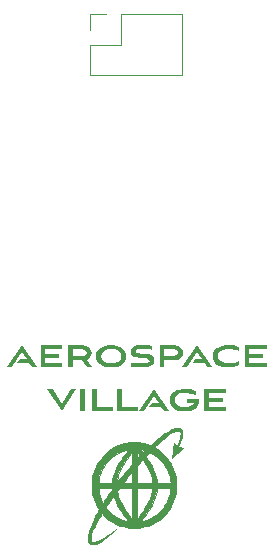
<source format=gto>
%TF.GenerationSoftware,KiCad,Pcbnew,(7.0.0-0)*%
%TF.CreationDate,2023-07-23T12:51:31-06:00*%
%TF.ProjectId,SAO_pin,53414f5f-7069-46e2-9e6b-696361645f70,rev?*%
%TF.SameCoordinates,Original*%
%TF.FileFunction,Legend,Top*%
%TF.FilePolarity,Positive*%
%FSLAX46Y46*%
G04 Gerber Fmt 4.6, Leading zero omitted, Abs format (unit mm)*
G04 Created by KiCad (PCBNEW (7.0.0-0)) date 2023-07-23 12:51:31*
%MOMM*%
%LPD*%
G01*
G04 APERTURE LIST*
%ADD10C,0.052277*%
%ADD11C,0.120000*%
%ADD12R,1.700000X1.700000*%
%ADD13O,1.700000X1.700000*%
%ADD14C,0.900000*%
G04 APERTURE END LIST*
%TO.C,svg2mod*%
D10*
X95841349Y-91032645D02*
X95796782Y-91277879D01*
X95733574Y-91515873D01*
X95652533Y-91745823D01*
X95554465Y-91966924D01*
X95440176Y-92178374D01*
X95310473Y-92379368D01*
X95166161Y-92569102D01*
X95008048Y-92746774D01*
X94836939Y-92911578D01*
X94653642Y-93062711D01*
X94458961Y-93199370D01*
X94253705Y-93320750D01*
X94038678Y-93426048D01*
X93814688Y-93514460D01*
X93582540Y-93585182D01*
X93343041Y-93637410D01*
X93487348Y-93455047D01*
X93632135Y-93265677D01*
X93775523Y-93069512D01*
X93915637Y-92866766D01*
X94050598Y-92657650D01*
X94178529Y-92442379D01*
X94297553Y-92221164D01*
X94405792Y-91994218D01*
X94501369Y-91761755D01*
X94582406Y-91523985D01*
X94647026Y-91281124D01*
X94693351Y-91033382D01*
X94719505Y-90780974D01*
X95866471Y-90780974D01*
X95841349Y-91032645D01*
X93583058Y-87589995D02*
X93815191Y-87660779D01*
X94039161Y-87749235D01*
X94254161Y-87854561D01*
X94459388Y-87975955D01*
X94654038Y-88112615D01*
X94837306Y-88263740D01*
X95008387Y-88428528D01*
X95166477Y-88606176D01*
X95310772Y-88795883D01*
X95440467Y-88996847D01*
X95554758Y-89208266D01*
X95652840Y-89429338D01*
X95733909Y-89659262D01*
X95797161Y-89897234D01*
X95841790Y-90142455D01*
X95866994Y-90394121D01*
X94719505Y-90394121D01*
X94693352Y-90141610D01*
X94647028Y-89893798D01*
X94582412Y-89650895D01*
X94501384Y-89413109D01*
X94405822Y-89180648D01*
X94297604Y-88953721D01*
X94178611Y-88732536D01*
X94050720Y-88517301D01*
X93915810Y-88308226D01*
X93775761Y-88105518D01*
X93632451Y-87909387D01*
X93487759Y-87720039D01*
X93343564Y-87537685D01*
X93583058Y-87589995D01*
X94306747Y-91028179D02*
X94254713Y-91271239D01*
X94183311Y-91510014D01*
X94094597Y-91744368D01*
X93990628Y-91974163D01*
X93873461Y-92199259D01*
X93745152Y-92419520D01*
X93607759Y-92634807D01*
X93463337Y-92844983D01*
X93313943Y-93049909D01*
X93161634Y-93249448D01*
X93008466Y-93443461D01*
X93008466Y-90780974D01*
X94337357Y-90780974D01*
X94306747Y-91028179D01*
X93161753Y-87925457D02*
X93314161Y-88124496D01*
X93463631Y-88328715D01*
X93608107Y-88538080D01*
X93745533Y-88752557D01*
X93873853Y-88972111D01*
X93991009Y-89196707D01*
X94094945Y-89426312D01*
X94183605Y-89660890D01*
X94254931Y-89900407D01*
X94306867Y-90144829D01*
X94337357Y-90394121D01*
X93008466Y-90394121D01*
X93008466Y-87731634D01*
X93161753Y-87925457D01*
X92626318Y-93443461D02*
X92473031Y-93249458D01*
X92320624Y-93049945D01*
X92171154Y-92845056D01*
X92026677Y-92634923D01*
X91889251Y-92419679D01*
X91760932Y-92199455D01*
X91643775Y-91974385D01*
X91539839Y-91744601D01*
X91451180Y-91510235D01*
X91379854Y-91271420D01*
X91327917Y-91028289D01*
X91297427Y-90780974D01*
X92626318Y-90780974D01*
X92626318Y-93443461D01*
X92626318Y-90394121D02*
X91297427Y-90394121D01*
X91327927Y-90146805D01*
X91379890Y-89903672D01*
X91451253Y-89664851D01*
X91539956Y-89430474D01*
X91643934Y-89200672D01*
X91761128Y-88975574D01*
X91889473Y-88755312D01*
X92026910Y-88540016D01*
X92171374Y-88329818D01*
X92320805Y-88124847D01*
X92473141Y-87925234D01*
X92626318Y-87731111D01*
X92626318Y-90394121D01*
X90943283Y-91033485D02*
X90990868Y-91281297D01*
X91056234Y-91524200D01*
X91137579Y-91761986D01*
X91233104Y-91994447D01*
X91341009Y-92221374D01*
X91459493Y-92442559D01*
X91586756Y-92657793D01*
X91720998Y-92866869D01*
X91860418Y-93069576D01*
X92003215Y-93265708D01*
X92147590Y-93455056D01*
X92291743Y-93637410D01*
X92052244Y-93585182D01*
X91820097Y-93514460D01*
X91596106Y-93426048D01*
X91381080Y-93320750D01*
X91175823Y-93199370D01*
X90981143Y-93062711D01*
X90797845Y-92911578D01*
X90626736Y-92746774D01*
X90468623Y-92569102D01*
X90324312Y-92379368D01*
X90194608Y-92178374D01*
X90080320Y-91966924D01*
X89982251Y-91745823D01*
X89901210Y-91515873D01*
X89838003Y-91277879D01*
X89793435Y-91032645D01*
X89768314Y-90780974D01*
X90915279Y-90780974D01*
X90943283Y-91033485D01*
X92147436Y-87720039D02*
X92002650Y-87909387D01*
X91859261Y-88105518D01*
X91719147Y-88308226D01*
X91584186Y-88517301D01*
X91456255Y-88732536D01*
X91337231Y-88953721D01*
X91228993Y-89180648D01*
X91133416Y-89413109D01*
X91052379Y-89650895D01*
X90987759Y-89893798D01*
X90941433Y-90141610D01*
X90915279Y-90394121D01*
X89768314Y-90394121D01*
X89793435Y-90142450D01*
X89838003Y-89897215D01*
X89901210Y-89659221D01*
X89982251Y-89429272D01*
X90080320Y-89208170D01*
X90194608Y-88996721D01*
X90324312Y-88795727D01*
X90468623Y-88605992D01*
X90626736Y-88428321D01*
X90797845Y-88263517D01*
X90981143Y-88112384D01*
X91175823Y-87975725D01*
X91381080Y-87854345D01*
X91596106Y-87749047D01*
X91820097Y-87660635D01*
X92052244Y-87589913D01*
X92291743Y-87537685D01*
X92147436Y-87720039D01*
G36*
X89758815Y-92574095D02*
G01*
X89643456Y-92379184D01*
X89539880Y-92176691D01*
X89448565Y-91967098D01*
X89369989Y-91750891D01*
X89304629Y-91528551D01*
X89252963Y-91300563D01*
X89215467Y-91067411D01*
X89192620Y-90829578D01*
X89191069Y-90780974D01*
X89768314Y-90780974D01*
X89793435Y-91032645D01*
X89838003Y-91277879D01*
X89901210Y-91515873D01*
X89982251Y-91745823D01*
X90080320Y-91966924D01*
X90194608Y-92178374D01*
X90324312Y-92379368D01*
X90468623Y-92569102D01*
X90626736Y-92746774D01*
X90797845Y-92911578D01*
X90981143Y-93062711D01*
X91175823Y-93199370D01*
X91381080Y-93320750D01*
X91596106Y-93426048D01*
X91820097Y-93514460D01*
X92052244Y-93585182D01*
X92291743Y-93637410D01*
X93343041Y-93637410D01*
X93582540Y-93585182D01*
X93814688Y-93514460D01*
X94038678Y-93426048D01*
X94253705Y-93320750D01*
X94458961Y-93199370D01*
X94653642Y-93062711D01*
X94836939Y-92911578D01*
X95008048Y-92746774D01*
X95166161Y-92569102D01*
X95310473Y-92379368D01*
X95440176Y-92178374D01*
X95554465Y-91966924D01*
X95652533Y-91745823D01*
X95733574Y-91515873D01*
X95796782Y-91277879D01*
X95841349Y-91032645D01*
X95866471Y-90780974D01*
X94719505Y-90780974D01*
X94693351Y-91033485D01*
X94647026Y-91281297D01*
X94582406Y-91524200D01*
X94501369Y-91761986D01*
X94405792Y-91994447D01*
X94337357Y-92137923D01*
X94297553Y-92221374D01*
X94178529Y-92442559D01*
X94050598Y-92657793D01*
X93915637Y-92866869D01*
X93775523Y-93069576D01*
X93632135Y-93265708D01*
X93487348Y-93455056D01*
X93343041Y-93637410D01*
X92291743Y-93637410D01*
X92147693Y-93455047D01*
X92003388Y-93265677D01*
X91860632Y-93069512D01*
X91721229Y-92866766D01*
X91586985Y-92657650D01*
X91459703Y-92442379D01*
X91341189Y-92221164D01*
X91233247Y-91994218D01*
X91137682Y-91761755D01*
X91056298Y-91523985D01*
X90990900Y-91281124D01*
X90943292Y-91033382D01*
X90915279Y-90780974D01*
X91297427Y-90780974D01*
X91327927Y-91028289D01*
X91379890Y-91271420D01*
X91451253Y-91510235D01*
X91539956Y-91744601D01*
X91643934Y-91974385D01*
X91761128Y-92199455D01*
X91889473Y-92419679D01*
X92026910Y-92634923D01*
X92171374Y-92845056D01*
X92320805Y-93049945D01*
X92473141Y-93249458D01*
X92626318Y-93443461D01*
X92626318Y-90780974D01*
X93008466Y-90780974D01*
X93008466Y-93443461D01*
X93161753Y-93249458D01*
X93314161Y-93049945D01*
X93463631Y-92845056D01*
X93608107Y-92634923D01*
X93745533Y-92419679D01*
X93873853Y-92199455D01*
X93991009Y-91974385D01*
X94094945Y-91744601D01*
X94183605Y-91510235D01*
X94254931Y-91271420D01*
X94306867Y-91028289D01*
X94337357Y-90780974D01*
X93008466Y-90780974D01*
X92626318Y-90780974D01*
X91297427Y-90780974D01*
X90915279Y-90780974D01*
X89768314Y-90780974D01*
X89191069Y-90780974D01*
X89184898Y-90587547D01*
X89191069Y-90394121D01*
X89768314Y-90394121D01*
X90915279Y-90394121D01*
X91297427Y-90394121D01*
X92626318Y-90394121D01*
X93008466Y-90394121D01*
X94337357Y-90394121D01*
X94306867Y-90144719D01*
X94254931Y-89900223D01*
X94183605Y-89660661D01*
X94094945Y-89426060D01*
X93991009Y-89196447D01*
X93873853Y-88971849D01*
X93745533Y-88752294D01*
X93608107Y-88537809D01*
X93463631Y-88328421D01*
X93314161Y-88124157D01*
X93161753Y-87925045D01*
X93008466Y-87731111D01*
X93008466Y-90394121D01*
X92626318Y-90394121D01*
X92626318Y-87731634D01*
X92473031Y-87925637D01*
X92320624Y-88125149D01*
X92171154Y-88330038D01*
X92026677Y-88540171D01*
X91889251Y-88755416D01*
X91760932Y-88975639D01*
X91643775Y-89200710D01*
X91539839Y-89430494D01*
X91451180Y-89664860D01*
X91379854Y-89903674D01*
X91327917Y-90146806D01*
X91297427Y-90394121D01*
X90915279Y-90394121D01*
X90941433Y-90141610D01*
X90987759Y-89893798D01*
X91052379Y-89650895D01*
X91133416Y-89413109D01*
X91228993Y-89180648D01*
X91337231Y-88953721D01*
X91456255Y-88732536D01*
X91584186Y-88517301D01*
X91719147Y-88308226D01*
X91859261Y-88105518D01*
X92002650Y-87909387D01*
X92147436Y-87720039D01*
X92291743Y-87537685D01*
X93343041Y-87537685D01*
X93487348Y-87720039D01*
X93632135Y-87909387D01*
X93775523Y-88105518D01*
X93915637Y-88308226D01*
X94050598Y-88517301D01*
X94178529Y-88732536D01*
X94297553Y-88953721D01*
X94405792Y-89180648D01*
X94501369Y-89413109D01*
X94582406Y-89650895D01*
X94647026Y-89893798D01*
X94693351Y-90141610D01*
X94719505Y-90394121D01*
X95866471Y-90394121D01*
X95841349Y-90142450D01*
X95796782Y-89897215D01*
X95733574Y-89659221D01*
X95652533Y-89429272D01*
X95554465Y-89208170D01*
X95440176Y-88996721D01*
X95310473Y-88795727D01*
X95166161Y-88605992D01*
X95008048Y-88428321D01*
X94836939Y-88263517D01*
X94653642Y-88112384D01*
X94458961Y-87975725D01*
X94253705Y-87854345D01*
X94038678Y-87749047D01*
X93814688Y-87660635D01*
X93582540Y-87589913D01*
X93343041Y-87537685D01*
X92291743Y-87537685D01*
X92052250Y-87589995D01*
X91820116Y-87660779D01*
X91596147Y-87749235D01*
X91381146Y-87854561D01*
X91175919Y-87975955D01*
X90981269Y-88112615D01*
X90798001Y-88263740D01*
X90626920Y-88428528D01*
X90468830Y-88606176D01*
X90324535Y-88795883D01*
X90194840Y-88996847D01*
X90080549Y-89208266D01*
X89982467Y-89429338D01*
X89901398Y-89659262D01*
X89838146Y-89897234D01*
X89793517Y-90142455D01*
X89768314Y-90394121D01*
X89191069Y-90394121D01*
X89192620Y-90345517D01*
X89215467Y-90107683D01*
X89252963Y-89874531D01*
X89304629Y-89646544D01*
X89369989Y-89424204D01*
X89448565Y-89207996D01*
X89539880Y-88998404D01*
X89643456Y-88795910D01*
X89758815Y-88600999D01*
X89885482Y-88414155D01*
X90022977Y-88235860D01*
X90170825Y-88066598D01*
X90328547Y-87906853D01*
X90495666Y-87757109D01*
X90671704Y-87617849D01*
X90856185Y-87489556D01*
X91048631Y-87372715D01*
X91248565Y-87267809D01*
X91455509Y-87175321D01*
X91668986Y-87095736D01*
X91888518Y-87029536D01*
X92113628Y-86977205D01*
X92343839Y-86939227D01*
X92578673Y-86916086D01*
X92817654Y-86908265D01*
X93056631Y-86916086D01*
X93291459Y-86939227D01*
X93521658Y-86977205D01*
X93746754Y-87029536D01*
X93966267Y-87095736D01*
X94179722Y-87175321D01*
X94386642Y-87267809D01*
X94586549Y-87372715D01*
X94778967Y-87489556D01*
X94963419Y-87617849D01*
X95139427Y-87757109D01*
X95306515Y-87906853D01*
X95464205Y-88066598D01*
X95612022Y-88235860D01*
X95749487Y-88414155D01*
X95876124Y-88600999D01*
X95991455Y-88795910D01*
X96095005Y-88998404D01*
X96186295Y-89207996D01*
X96264850Y-89424204D01*
X96330191Y-89646544D01*
X96381842Y-89874531D01*
X96419327Y-90107683D01*
X96442167Y-90345517D01*
X96449887Y-90587547D01*
X96442167Y-90829578D01*
X96419327Y-91067411D01*
X96381842Y-91300563D01*
X96330191Y-91528551D01*
X96264850Y-91750891D01*
X96186295Y-91967098D01*
X96095005Y-92176691D01*
X95991455Y-92379184D01*
X95876124Y-92574095D01*
X95866471Y-92588337D01*
X95749487Y-92760940D01*
X95612022Y-92939235D01*
X95464205Y-93108497D01*
X95306515Y-93268241D01*
X95139427Y-93417986D01*
X94963419Y-93557246D01*
X94778967Y-93685538D01*
X94586549Y-93802379D01*
X94386642Y-93907286D01*
X94179722Y-93999773D01*
X93966267Y-94079359D01*
X93746754Y-94145559D01*
X93521658Y-94197890D01*
X93343041Y-94227357D01*
X93291459Y-94235867D01*
X93056631Y-94259009D01*
X93008466Y-94260585D01*
X92817654Y-94266830D01*
X92626318Y-94260568D01*
X92578673Y-94259009D01*
X92343839Y-94235867D01*
X92291743Y-94227273D01*
X92113628Y-94197890D01*
X91888518Y-94145559D01*
X91668986Y-94079359D01*
X91455509Y-93999773D01*
X91248565Y-93907286D01*
X91048631Y-93802379D01*
X90856185Y-93685538D01*
X90671704Y-93557246D01*
X90495666Y-93417986D01*
X90328547Y-93268241D01*
X90170825Y-93108497D01*
X90022977Y-92939235D01*
X89885482Y-92760940D01*
X89768314Y-92588106D01*
X89758815Y-92574095D01*
G37*
G36*
X96669452Y-85724705D02*
G01*
X96715456Y-85741433D01*
X96760414Y-85768095D01*
X96803282Y-85797370D01*
X96839876Y-85834487D01*
X96897904Y-85916040D01*
X96952795Y-86086138D01*
X96959068Y-86244865D01*
X96943189Y-86393398D01*
X96913587Y-86534481D01*
X96849408Y-86751727D01*
X96772242Y-86961326D01*
X96684587Y-87164653D01*
X96588944Y-87363078D01*
X97130015Y-87400718D01*
X96018598Y-88338051D01*
X96122630Y-86887877D01*
X96465570Y-87296686D01*
X96537394Y-87096504D01*
X96601818Y-86895391D01*
X96655753Y-86693789D01*
X96696113Y-86492137D01*
X96712319Y-86244865D01*
X96665269Y-86049870D01*
X96546077Y-85990274D01*
X96340104Y-86029482D01*
X96117206Y-86129985D01*
X95897837Y-86262639D01*
X95683304Y-86411041D01*
X95473868Y-86570030D01*
X95309922Y-86703693D01*
X95148585Y-86841496D01*
X94989708Y-86982938D01*
X94833139Y-87127516D01*
X94678729Y-87274729D01*
X94507496Y-87439105D01*
X94338695Y-87606188D01*
X94172122Y-87775702D01*
X94007576Y-87947371D01*
X93844854Y-88120920D01*
X93683754Y-88296075D01*
X93524075Y-88472558D01*
X93365612Y-88650096D01*
X93208166Y-88828413D01*
X93051562Y-89008049D01*
X92896719Y-89189281D01*
X92743497Y-89371963D01*
X92591760Y-89555948D01*
X92441370Y-89741091D01*
X92292188Y-89927245D01*
X92144078Y-90114264D01*
X91996902Y-90302002D01*
X91850522Y-90490311D01*
X91705133Y-90679403D01*
X91561647Y-90869868D01*
X91419950Y-91061606D01*
X91279931Y-91254519D01*
X91141478Y-91448508D01*
X91004480Y-91643473D01*
X90868824Y-91839316D01*
X90734399Y-92035938D01*
X90601092Y-92233239D01*
X90483431Y-92412225D01*
X90367676Y-92592264D01*
X90253979Y-92773407D01*
X90142490Y-92955705D01*
X90033360Y-93139207D01*
X89926844Y-93324147D01*
X89821984Y-93509740D01*
X89719934Y-93696387D01*
X89621849Y-93884490D01*
X89528883Y-94074449D01*
X89420620Y-94314067D01*
X89323825Y-94556773D01*
X89245262Y-94799969D01*
X89191694Y-95041058D01*
X89191171Y-95256964D01*
X89262791Y-95369360D01*
X89448376Y-95381907D01*
X89682579Y-95315514D01*
X89871777Y-95232159D01*
X90057562Y-95134350D01*
X90240286Y-95025575D01*
X90420300Y-94909323D01*
X90597956Y-94789081D01*
X90773056Y-94663540D01*
X90946474Y-94534912D01*
X91118287Y-94403500D01*
X91288569Y-94269603D01*
X91457396Y-94133523D01*
X91308456Y-94291580D01*
X91156805Y-94447329D01*
X91001993Y-94600217D01*
X90843567Y-94749693D01*
X90681077Y-94895204D01*
X90542813Y-95013893D01*
X90400599Y-95128865D01*
X90253970Y-95239189D01*
X90102656Y-95345061D01*
X89945069Y-95444543D01*
X89778769Y-95535079D01*
X89645592Y-95593957D01*
X89500653Y-95639111D01*
X89338071Y-95660872D01*
X89153531Y-95629701D01*
X89062046Y-95579515D01*
X88986244Y-95506327D01*
X88932921Y-95421115D01*
X88899463Y-95334334D01*
X88872475Y-95168615D01*
X88871756Y-95012305D01*
X88895475Y-94815878D01*
X88934644Y-94627583D01*
X88985198Y-94445096D01*
X89043265Y-94266965D01*
X89107489Y-94092436D01*
X89176011Y-93920231D01*
X89272751Y-93693900D01*
X89375115Y-93470925D01*
X89482569Y-93251022D01*
X89594580Y-93033907D01*
X89710613Y-92819297D01*
X89830136Y-92606907D01*
X89952615Y-92396452D01*
X90077517Y-92187651D01*
X90204307Y-91980217D01*
X90333408Y-91774256D01*
X90465421Y-91570305D01*
X90600086Y-91368204D01*
X90737138Y-91167793D01*
X90876315Y-90968915D01*
X91017356Y-90771409D01*
X91159997Y-90575116D01*
X91303977Y-90379878D01*
X91449032Y-90185534D01*
X91605868Y-89982268D01*
X91764414Y-89780284D01*
X91924728Y-89579661D01*
X92086870Y-89380476D01*
X92250899Y-89182807D01*
X92416875Y-88986733D01*
X92584857Y-88792330D01*
X92754904Y-88599678D01*
X92927076Y-88408853D01*
X93101432Y-88219934D01*
X93278032Y-88032999D01*
X93456934Y-87848125D01*
X93638199Y-87665391D01*
X93821885Y-87484874D01*
X94008052Y-87306652D01*
X94196759Y-87130803D01*
X94388066Y-86957406D01*
X94554296Y-86813739D01*
X94723210Y-86672782D01*
X94895111Y-86534862D01*
X95070299Y-86400304D01*
X95249075Y-86269435D01*
X95432891Y-86143806D01*
X95621148Y-86022845D01*
X95817661Y-85911218D01*
X96026243Y-85813593D01*
X96250710Y-85734637D01*
X96404405Y-85703271D01*
X96576921Y-85703271D01*
X96669452Y-85724705D01*
G37*
G36*
X100584026Y-82755482D02*
G01*
X99126945Y-82755482D01*
X99126945Y-83202057D01*
X100320652Y-83202057D01*
X100320652Y-83491382D01*
X99126945Y-83491382D01*
X99126945Y-83959647D01*
X100584026Y-83959647D01*
X100584026Y-84274534D01*
X98728010Y-84274534D01*
X98728010Y-82436722D01*
X100584026Y-82436722D01*
X100584026Y-82755482D01*
G37*
G36*
X97318145Y-82420727D02*
G01*
X97561415Y-82459912D01*
X97787547Y-82523135D01*
X97992110Y-82608690D01*
X97992110Y-82963858D01*
X97793720Y-82878564D01*
X97579135Y-82808738D01*
X97343199Y-82761570D01*
X97080757Y-82744250D01*
X96887651Y-82756427D01*
X96692695Y-82796480D01*
X96512371Y-82869692D01*
X96363161Y-82981345D01*
X96261548Y-83136721D01*
X96224014Y-83341104D01*
X96265603Y-83556200D01*
X96382894Y-83729355D01*
X96564679Y-83857203D01*
X96799745Y-83936380D01*
X97076883Y-83963520D01*
X97301103Y-83945867D01*
X97525685Y-83885621D01*
X97720784Y-83771853D01*
X97856550Y-83593633D01*
X97223289Y-83593633D01*
X97223289Y-83297337D01*
X97223289Y-83296950D01*
X98303125Y-83296950D01*
X98306998Y-83395715D01*
X98280374Y-83606403D01*
X98204535Y-83790517D01*
X98085531Y-83947588D01*
X97929413Y-84077148D01*
X97742232Y-84178732D01*
X97530037Y-84251870D01*
X97298878Y-84296096D01*
X97054806Y-84310942D01*
X96808434Y-84295105D01*
X96575546Y-84248082D01*
X96362111Y-84170603D01*
X96174099Y-84063399D01*
X96017478Y-83927201D01*
X95898215Y-83762739D01*
X95822281Y-83570745D01*
X95795643Y-83351948D01*
X95823789Y-83125317D01*
X95903450Y-82930979D01*
X96027465Y-82768295D01*
X96188672Y-82636625D01*
X96379907Y-82535329D01*
X96594010Y-82463767D01*
X96823817Y-82421299D01*
X97062165Y-82407286D01*
X97318145Y-82420727D01*
G37*
G36*
X95736771Y-84274534D02*
G01*
X95290197Y-84274534D01*
X95084919Y-83963520D01*
X94081385Y-83963520D01*
X94295570Y-83637787D01*
X94872670Y-83637787D01*
X94462890Y-83011498D01*
X93635584Y-84274534D01*
X93188622Y-84274534D01*
X94462890Y-82407673D01*
X95736771Y-84274534D01*
G37*
G36*
X91764463Y-83930598D02*
G01*
X93104187Y-83930598D01*
X93104187Y-84274534D01*
X91365528Y-84274534D01*
X91365528Y-82436722D01*
X91764463Y-82436722D01*
X91764463Y-83930598D01*
G37*
G36*
X89626480Y-83930598D02*
G01*
X90966205Y-83930598D01*
X90966205Y-84274534D01*
X89227158Y-84274534D01*
X89227158Y-82436722D01*
X89626480Y-82436722D01*
X89626480Y-83930598D01*
G37*
G36*
X88604741Y-84274534D02*
G01*
X88205806Y-84274534D01*
X88205806Y-82436722D01*
X88604741Y-82436722D01*
X88604741Y-84274534D01*
G37*
G36*
X86653446Y-83681554D02*
G01*
X87429626Y-82436722D01*
X87898278Y-82436722D01*
X86653446Y-84311329D01*
X85415972Y-82436722D01*
X85888498Y-82436722D01*
X86653446Y-83681554D01*
G37*
G36*
X103994728Y-79037640D02*
G01*
X102537647Y-79037640D01*
X102537647Y-79484215D01*
X103730966Y-79484215D01*
X103730966Y-79773540D01*
X102537647Y-79773540D01*
X102537647Y-80242191D01*
X103994728Y-80242191D01*
X103994728Y-80557079D01*
X102138324Y-80557079D01*
X102138324Y-78719266D01*
X103994728Y-78719266D01*
X103994728Y-79037640D01*
G37*
G36*
X101027763Y-78699810D02*
G01*
X101245513Y-78731128D01*
X101447504Y-78783724D01*
X101636750Y-78857925D01*
X101636750Y-79235171D01*
X101481382Y-79159535D01*
X101287343Y-79096609D01*
X101058373Y-79053580D01*
X100798212Y-79037640D01*
X100534201Y-79056197D01*
X100311557Y-79110441D01*
X100133240Y-79198231D01*
X100002207Y-79317425D01*
X99921417Y-79465884D01*
X99893830Y-79641465D01*
X99921199Y-79817209D01*
X100001748Y-79965777D01*
X100133143Y-80085038D01*
X100313049Y-80172862D01*
X100539132Y-80227118D01*
X100809057Y-80245677D01*
X101061907Y-80231661D01*
X101291410Y-80193971D01*
X101486563Y-80139141D01*
X101636363Y-80073709D01*
X101636363Y-80429265D01*
X101446627Y-80501227D01*
X101243819Y-80552673D01*
X101025905Y-80583568D01*
X100790853Y-80593874D01*
X100499617Y-80578051D01*
X100239540Y-80531123D01*
X100012986Y-80453902D01*
X99822322Y-80347202D01*
X99669911Y-80211835D01*
X99558118Y-80048612D01*
X99489309Y-79858347D01*
X99465846Y-79641852D01*
X99489309Y-79425356D01*
X99558124Y-79235086D01*
X99669932Y-79071849D01*
X99822370Y-78936454D01*
X100013081Y-78829707D01*
X100239703Y-78752418D01*
X100499876Y-78705394D01*
X100791240Y-78689443D01*
X101027763Y-78699810D01*
G37*
G36*
X99403489Y-80557079D02*
G01*
X98956914Y-80557079D01*
X98751636Y-80245677D01*
X97747714Y-80245677D01*
X97961900Y-79919945D01*
X98539388Y-79919945D01*
X98129608Y-79294043D01*
X97302301Y-80557079D01*
X96855339Y-80557079D01*
X98129608Y-78689830D01*
X99403489Y-80557079D01*
G37*
G36*
X95346745Y-79967585D02*
G01*
X95346745Y-80557079D01*
X94947810Y-80557079D01*
X94947810Y-79619775D01*
X95347132Y-79619775D01*
X96126799Y-79619775D01*
X96371180Y-79575306D01*
X96483789Y-79469038D01*
X96511016Y-79341683D01*
X96483789Y-79216781D01*
X96371180Y-79111416D01*
X96126799Y-79067076D01*
X95347132Y-79067076D01*
X95347132Y-79619775D01*
X94947810Y-79619775D01*
X94947810Y-78719266D01*
X96210846Y-78719266D01*
X96488669Y-78756594D01*
X96693764Y-78856147D01*
X96832413Y-78999277D01*
X96910902Y-79167338D01*
X96935514Y-79341683D01*
X96910753Y-79516390D01*
X96832246Y-79685315D01*
X96693652Y-79829477D01*
X96488632Y-79929894D01*
X96210846Y-79967585D01*
X96126799Y-79967585D01*
X95346745Y-79967585D01*
G37*
G36*
X93762328Y-78698938D02*
G01*
X94005132Y-78721445D01*
X94201241Y-78750125D01*
X94332753Y-78777751D01*
X94314549Y-79110843D01*
X94119586Y-79066875D01*
X93866181Y-79035129D01*
X93556572Y-79022922D01*
X93319378Y-79031473D01*
X93111740Y-79063735D01*
X92964524Y-79129621D01*
X92908593Y-79239044D01*
X92945263Y-79323451D01*
X93045807Y-79375525D01*
X93196030Y-79405050D01*
X93381734Y-79421809D01*
X93588724Y-79435588D01*
X93802802Y-79456172D01*
X94009772Y-79493344D01*
X94195438Y-79556888D01*
X94345603Y-79656591D01*
X94446070Y-79802235D01*
X94482644Y-80003605D01*
X94439858Y-80223984D01*
X94322137Y-80382629D01*
X94145437Y-80489202D01*
X93925713Y-80553364D01*
X93678919Y-80584776D01*
X93421012Y-80593099D01*
X93179787Y-80587816D01*
X92935802Y-80572620D01*
X92700096Y-80548491D01*
X92483708Y-80516411D01*
X92498426Y-80183319D01*
X92712799Y-80217095D01*
X92925393Y-80241175D01*
X93141400Y-80255596D01*
X93366013Y-80260395D01*
X93639863Y-80250410D01*
X93871121Y-80213627D01*
X94030991Y-80139807D01*
X94090680Y-80018710D01*
X94053938Y-79926472D01*
X93953194Y-79868729D01*
X93802670Y-79835495D01*
X93616590Y-79816787D01*
X93409175Y-79802618D01*
X93194649Y-79783004D01*
X92987235Y-79747958D01*
X92801154Y-79687496D01*
X92650630Y-79591633D01*
X92549886Y-79450384D01*
X92513144Y-79253762D01*
X92556832Y-79039042D01*
X92674669Y-78886185D01*
X92846816Y-78785013D01*
X93053435Y-78725349D01*
X93274685Y-78697014D01*
X93490729Y-78689830D01*
X93762328Y-78698938D01*
G37*
G36*
X90586985Y-80576387D02*
G01*
X90344812Y-80527304D01*
X90125887Y-80447429D01*
X89935317Y-80338342D01*
X89778206Y-80201623D01*
X89659663Y-80038851D01*
X89584792Y-79851605D01*
X89558749Y-79641852D01*
X89987072Y-79641852D01*
X90028756Y-79846324D01*
X90146534Y-80012963D01*
X90329493Y-80137399D01*
X90566719Y-80215265D01*
X90847300Y-80242191D01*
X91127880Y-80215265D01*
X91365106Y-80137399D01*
X91548065Y-80012963D01*
X91665843Y-79846324D01*
X91707528Y-79641852D01*
X91665843Y-79434703D01*
X91548065Y-79267730D01*
X91365106Y-79144297D01*
X91127880Y-79067770D01*
X90847300Y-79041513D01*
X90566719Y-79067770D01*
X90329493Y-79144297D01*
X90146534Y-79267730D01*
X90028756Y-79434703D01*
X89987072Y-79641852D01*
X89558749Y-79641852D01*
X89558701Y-79641465D01*
X89584792Y-79429323D01*
X89659663Y-79241138D01*
X89778206Y-79078243D01*
X89935317Y-78941973D01*
X90125887Y-78833662D01*
X90344812Y-78754645D01*
X90586985Y-78706257D01*
X90847300Y-78689830D01*
X91108726Y-78706257D01*
X91351421Y-78754645D01*
X91570414Y-78833662D01*
X91760735Y-78941973D01*
X91917414Y-79078243D01*
X92035481Y-79241138D01*
X92109966Y-79429323D01*
X92135899Y-79641465D01*
X92109950Y-79851494D01*
X92035427Y-80038687D01*
X91917312Y-80201453D01*
X91760590Y-80338197D01*
X91570244Y-80447327D01*
X91351258Y-80527250D01*
X91108615Y-80576371D01*
X90847300Y-80593099D01*
X90586985Y-80576387D01*
G37*
G36*
X88397528Y-79982303D02*
G01*
X87610503Y-79982303D01*
X87610503Y-80557079D01*
X87211568Y-80557079D01*
X87211568Y-79630620D01*
X87610890Y-79630620D01*
X88409148Y-79630620D01*
X88636186Y-79586882D01*
X88739715Y-79480571D01*
X88764316Y-79349042D01*
X88739715Y-79224140D01*
X88636186Y-79118775D01*
X88409148Y-79074435D01*
X87610890Y-79074435D01*
X87610890Y-79630620D01*
X87211568Y-79630620D01*
X87211568Y-78719266D01*
X88467245Y-78719266D01*
X88745071Y-78757360D01*
X88950187Y-78858737D01*
X89088896Y-79004046D01*
X89167499Y-79173932D01*
X89192300Y-79349042D01*
X89153698Y-79572767D01*
X89029627Y-79775490D01*
X88807696Y-79923818D01*
X89232193Y-80557079D01*
X88785619Y-80557079D01*
X88409148Y-79999512D01*
X88397528Y-79982303D01*
G37*
G36*
X86717353Y-79037640D02*
G01*
X85260272Y-79037640D01*
X85260272Y-79484215D01*
X86453979Y-79484215D01*
X86453979Y-79773540D01*
X85260272Y-79773540D01*
X85260272Y-80242191D01*
X86717353Y-80242191D01*
X86717353Y-80557079D01*
X84861337Y-80557079D01*
X84861337Y-78719266D01*
X86717353Y-78719266D01*
X86717353Y-79037640D01*
G37*
G36*
X84553808Y-80557079D02*
G01*
X84107233Y-80557079D01*
X83901956Y-80245677D01*
X82901907Y-80245677D01*
X83116093Y-79919945D01*
X83689707Y-79919945D01*
X83279927Y-79294043D01*
X82869760Y-79919945D01*
X82870147Y-79919945D01*
X82655962Y-80245677D01*
X82653638Y-80245677D01*
X82452234Y-80557079D01*
X82005659Y-80557079D01*
X83279927Y-78689830D01*
X84553808Y-80557079D01*
G37*
D11*
%TO.C,J1*%
X96830000Y-55870000D02*
X96830000Y-50670000D01*
X91690000Y-53270000D02*
X91690000Y-50670000D01*
X89090000Y-55870000D02*
X96830000Y-55870000D01*
X89090000Y-52000000D02*
X89090000Y-50670000D01*
X91690000Y-50670000D02*
X96830000Y-50670000D01*
X89090000Y-55870000D02*
X89090000Y-53270000D01*
X89090000Y-53270000D02*
X91690000Y-53270000D01*
X89090000Y-50670000D02*
X90420000Y-50670000D01*
%TD*%
%LPC*%
D12*
%TO.C,J1*%
X90419999Y-51999999D03*
D13*
X90419999Y-54539999D03*
X92959999Y-51999999D03*
X92959999Y-54539999D03*
X95499999Y-51999999D03*
X95499999Y-54539999D03*
%TD*%
D14*
%TO.C,SW1*%
X82390000Y-55650000D03*
X82390000Y-58650000D03*
%TD*%
M02*

</source>
